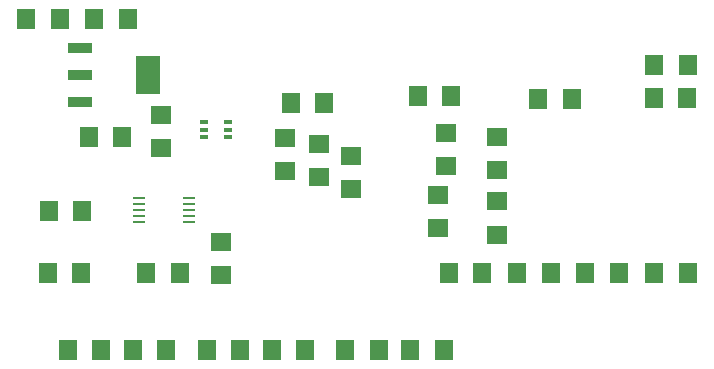
<source format=gbr>
G04 EAGLE Gerber RS-274X export*
G75*
%MOMM*%
%FSLAX34Y34*%
%LPD*%
%INSolderpaste Top*%
%IPPOS*%
%AMOC8*
5,1,8,0,0,1.08239X$1,22.5*%
G01*
%ADD10R,1.803000X1.600000*%
%ADD11R,1.600000X1.803000*%
%ADD12R,1.800000X1.600000*%
%ADD13R,1.600000X1.800000*%
%ADD14R,1.000000X0.250000*%
%ADD15R,0.650000X0.350000*%
%ADD16R,2.150000X0.950000*%
%ADD17R,2.150000X3.250000*%


D10*
X614150Y253710D03*
X614150Y225270D03*
X664150Y247870D03*
X664150Y219430D03*
X663830Y274430D03*
X663830Y302870D03*
D11*
X681380Y187470D03*
X709820Y187470D03*
X738770Y187470D03*
X767210Y187470D03*
X797220Y187440D03*
X825660Y187440D03*
X825530Y363020D03*
X797090Y363020D03*
X727530Y334550D03*
X699090Y334550D03*
X517860Y330820D03*
X489420Y330820D03*
D10*
X513800Y268380D03*
X513800Y296820D03*
X484670Y273460D03*
X484670Y301900D03*
D12*
X621330Y305990D03*
X621330Y277990D03*
D13*
X623300Y187470D03*
X651300Y187470D03*
D12*
X540470Y258440D03*
X540470Y286440D03*
D13*
X796690Y335430D03*
X824690Y335430D03*
X597510Y337050D03*
X625510Y337050D03*
X284230Y187470D03*
X312230Y187470D03*
D14*
X403491Y230450D03*
X403491Y235450D03*
X403491Y240450D03*
X403491Y245450D03*
X403491Y250450D03*
X361229Y250450D03*
X361229Y245450D03*
X361229Y240450D03*
X361229Y235450D03*
X361229Y230450D03*
D10*
X430810Y213920D03*
X430810Y185480D03*
D11*
X367310Y187470D03*
X395750Y187470D03*
D13*
X284820Y239620D03*
X312820Y239620D03*
D15*
X416220Y315170D03*
X416220Y308670D03*
X416220Y302170D03*
X436720Y315170D03*
X436720Y308670D03*
X436720Y302170D03*
D11*
X329220Y122500D03*
X300780Y122500D03*
X446720Y122500D03*
X418280Y122500D03*
X564220Y122500D03*
X535780Y122500D03*
X590780Y122500D03*
X619220Y122500D03*
X473280Y122500D03*
X501720Y122500D03*
X355780Y122500D03*
X384220Y122500D03*
D16*
X311000Y378000D03*
X311000Y355000D03*
X311000Y332000D03*
D17*
X369000Y355000D03*
D12*
X380000Y293500D03*
X380000Y321500D03*
D11*
X351720Y402500D03*
X323280Y402500D03*
X265780Y402500D03*
X294220Y402500D03*
D13*
X346500Y302500D03*
X318500Y302500D03*
M02*

</source>
